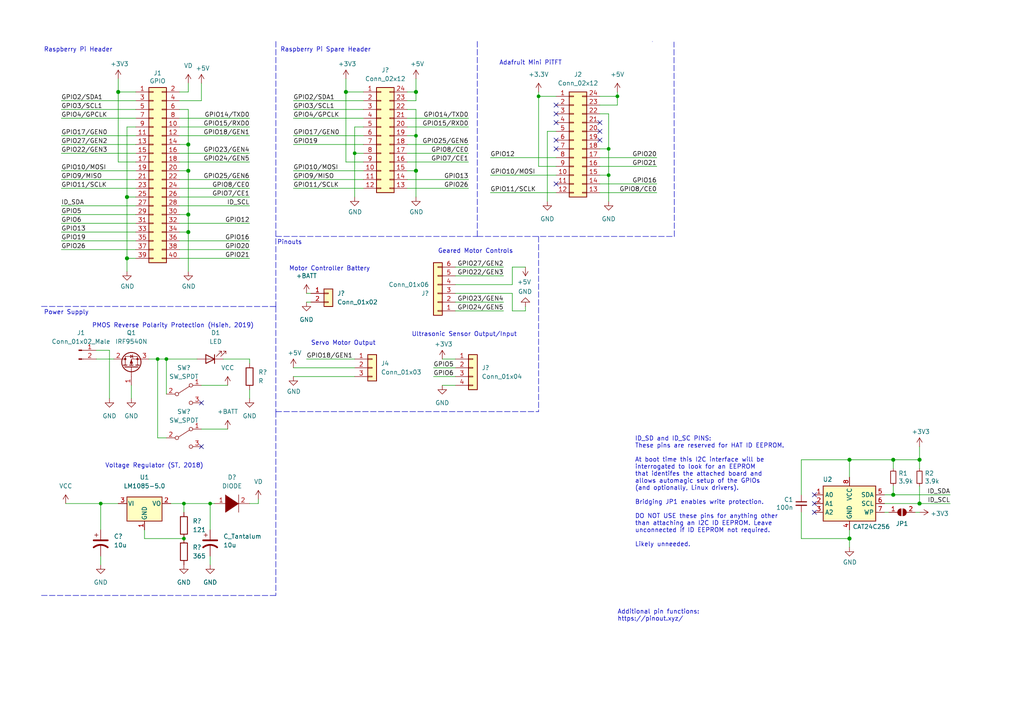
<source format=kicad_sch>
(kicad_sch (version 20211123) (generator eeschema)
  (paper "A4")
  (title_block (date "15 nov 2012"))
  (lib_symbols
    (symbol "+3.3V_1" (power) (pin_names (offset 0))
      (property "Value" "+3.3V_1" (at 0 3.556 0))
      (symbol "+3.3V_1_0_1"
        (polyline (pts (xy -0.762 1.27) (xy 0 2.54)))
        (polyline (pts (xy 0 0) (xy 0 2.54)))
        (polyline (pts (xy 0 2.54) (xy 0.762 1.27)))
      )
      (symbol "+3.3V_1_1_1"
        (pin power_in line (at 0 0 90) (length 0) hide (name "+3.3V") (number "1"))
      )
    )
    (symbol "+5V_1" (power) (pin_names (offset 0))
      (property "Value" "+5V_1" (at 0 3.556 0))
      (symbol "+5V_1_0_1"
        (polyline (pts (xy -0.762 1.27) (xy 0 2.54)))
        (polyline (pts (xy 0 0) (xy 0 2.54)))
        (polyline (pts (xy 0 2.54) (xy 0.762 1.27)))
      )
      (symbol "+5V_1_1_1"
        (pin power_in line (at 0 0 90) (length 0) hide (name "+5V") (number "1"))
      )
    )
    (symbol "Connector:Conn_01x02_Male" (pin_names (offset 1.016) hide)
      (property "Reference" "J" (at 0 2.54 0))
      (property "Value" "Conn_01x02_Male" (at 0 -5.08 0))
      (symbol "Conn_01x02_Male_1_1"
        (polyline (pts (xy 1.27 -2.54) (xy 0.8636 -2.54)) (stroke (width 0.1524)))
        (polyline (pts (xy 1.27 0) (xy 0.8636 0)) (stroke (width 0.1524)))
        (rectangle (start 0.8636 -2.413) (end 0 -2.667) (stroke (width 0.1524)) (fill (type outline)))
        (rectangle (start 0.8636 0.127) (end 0 -0.127) (stroke (width 0.1524)) (fill (type outline)))
        (pin passive line (at 5.08 0 180) (length 3.81) (name "Pin_1") (number "1"))
        (pin passive line (at 5.08 -2.54 180) (length 3.81) (name "Pin_2") (number "2"))
      )
    )
    (symbol "Connector_Generic:Conn_01x02" (pin_names (offset 1.016) hide)
      (property "Reference" "J" (at 0 2.54 0))
      (property "Value" "Conn_01x02" (at 0 -5.08 0))
      (symbol "Conn_01x02_1_1"
        (rectangle (start -1.27 -2.413) (end 0 -2.667) (stroke (width 0.1524)))
        (rectangle (start -1.27 0.127) (end 0 -0.127) (stroke (width 0.1524)))
        (rectangle (start -1.27 1.27) (end 1.27 -3.81) (stroke (width 0.254)) (fill (type background)))
        (pin passive line (at -5.08 0 0) (length 3.81) (name "Pin_1") (number "1"))
        (pin passive line (at -5.08 -2.54 0) (length 3.81) (name "Pin_2") (number "2"))
      )
    )
    (symbol "Connector_Generic:Conn_01x03" (pin_names (offset 1.016) hide)
      (property "Reference" "J" (at 0 5.08 0))
      (property "Value" "Conn_01x03" (at 0 -5.08 0))
      (symbol "Conn_01x03_1_1"
        (rectangle (start -1.27 -2.413) (end 0 -2.667) (stroke (width 0.1524)))
        (rectangle (start -1.27 0.127) (end 0 -0.127) (stroke (width 0.1524)))
        (rectangle (start -1.27 2.667) (end 0 2.413) (stroke (width 0.1524)))
        (rectangle (start -1.27 3.81) (end 1.27 -3.81) (stroke (width 0.254)) (fill (type background)))
        (pin passive line (at -5.08 2.54 0) (length 3.81) (name "Pin_1") (number "1"))
        (pin passive line (at -5.08 0 0) (length 3.81) (name "Pin_2") (number "2"))
        (pin passive line (at -5.08 -2.54 0) (length 3.81) (name "Pin_3") (number "3"))
      )
    )
    (symbol "Connector_Generic:Conn_01x04" (pin_names (offset 1.016) hide)
      (property "Reference" "J" (at 0 5.08 0))
      (property "Value" "Conn_01x04" (at 0 -7.62 0))
      (symbol "Conn_01x04_1_1"
        (rectangle (start -1.27 -4.953) (end 0 -5.207) (stroke (width 0.1524)))
        (rectangle (start -1.27 -2.413) (end 0 -2.667) (stroke (width 0.1524)))
        (rectangle (start -1.27 0.127) (end 0 -0.127) (stroke (width 0.1524)))
        (rectangle (start -1.27 2.667) (end 0 2.413) (stroke (width 0.1524)))
        (rectangle (start -1.27 3.81) (end 1.27 -6.35) (stroke (width 0.254)) (fill (type background)))
        (pin passive line (at -5.08 2.54 0) (length 3.81) (name "Pin_1") (number "1"))
        (pin passive line (at -5.08 0 0) (length 3.81) (name "Pin_2") (number "2"))
        (pin passive line (at -5.08 -2.54 0) (length 3.81) (name "Pin_3") (number "3"))
        (pin passive line (at -5.08 -5.08 0) (length 3.81) (name "Pin_4") (number "4"))
      )
    )
    (symbol "Connector_Generic:Conn_01x06" (pin_names (offset 1.016) hide)
      (property "Reference" "J" (at 0 7.62 0))
      (property "Value" "Conn_01x06" (at 0 -10.16 0))
      (symbol "Conn_01x06_1_1"
        (rectangle (start -1.27 -7.493) (end 0 -7.747) (stroke (width 0.1524)))
        (rectangle (start -1.27 -4.953) (end 0 -5.207) (stroke (width 0.1524)))
        (rectangle (start -1.27 -2.413) (end 0 -2.667) (stroke (width 0.1524)))
        (rectangle (start -1.27 0.127) (end 0 -0.127) (stroke (width 0.1524)))
        (rectangle (start -1.27 2.667) (end 0 2.413) (stroke (width 0.1524)))
        (rectangle (start -1.27 5.207) (end 0 4.953) (stroke (width 0.1524)))
        (rectangle (start -1.27 6.35) (end 1.27 -8.89) (stroke (width 0.254)) (fill (type background)))
        (pin passive line (at -5.08 5.08 0) (length 3.81) (name "Pin_1") (number "1"))
        (pin passive line (at -5.08 2.54 0) (length 3.81) (name "Pin_2") (number "2"))
        (pin passive line (at -5.08 0 0) (length 3.81) (name "Pin_3") (number "3"))
        (pin passive line (at -5.08 -2.54 0) (length 3.81) (name "Pin_4") (number "4"))
        (pin passive line (at -5.08 -5.08 0) (length 3.81) (name "Pin_5") (number "5"))
        (pin passive line (at -5.08 -7.62 0) (length 3.81) (name "Pin_6") (number "6"))
      )
    )
    (symbol "Connector_Generic:Conn_02x12_Counter_Clockwise" (pin_names (offset 1.016) hide)
      (property "Reference" "J" (at 1.27 15.24 0))
      (property "Value" "Conn_02x12_Counter_Clockwise" (at 1.27 -17.78 0))
      (symbol "Conn_02x12_Counter_Clockwise_1_1"
        (rectangle (start -1.27 -15.113) (end 0 -15.367) (stroke (width 0.1524)))
        (rectangle (start -1.27 -12.573) (end 0 -12.827) (stroke (width 0.1524)))
        (rectangle (start -1.27 -10.033) (end 0 -10.287) (stroke (width 0.1524)))
        (rectangle (start -1.27 -7.493) (end 0 -7.747) (stroke (width 0.1524)))
        (rectangle (start -1.27 -4.953) (end 0 -5.207) (stroke (width 0.1524)))
        (rectangle (start -1.27 -2.413) (end 0 -2.667) (stroke (width 0.1524)))
        (rectangle (start -1.27 0.127) (end 0 -0.127) (stroke (width 0.1524)))
        (rectangle (start -1.27 2.667) (end 0 2.413) (stroke (width 0.1524)))
        (rectangle (start -1.27 5.207) (end 0 4.953) (stroke (width 0.1524)))
        (rectangle (start -1.27 7.747) (end 0 7.493) (stroke (width 0.1524)))
        (rectangle (start -1.27 10.287) (end 0 10.033) (stroke (width 0.1524)))
        (rectangle (start -1.27 12.827) (end 0 12.573) (stroke (width 0.1524)))
        (rectangle (start -1.27 13.97) (end 3.81 -16.51) (stroke (width 0.254)) (fill (type background)))
        (rectangle (start 3.81 -15.113) (end 2.54 -15.367) (stroke (width 0.1524)))
        (rectangle (start 3.81 -12.573) (end 2.54 -12.827) (stroke (width 0.1524)))
        (rectangle (start 3.81 -10.033) (end 2.54 -10.287) (stroke (width 0.1524)))
        (rectangle (start 3.81 -7.493) (end 2.54 -7.747) (stroke (width 0.1524)))
        (rectangle (start 3.81 -4.953) (end 2.54 -5.207) (stroke (width 0.1524)))
        (rectangle (start 3.81 -2.413) (end 2.54 -2.667) (stroke (width 0.1524)))
        (rectangle (start 3.81 0.127) (end 2.54 -0.127) (stroke (width 0.1524)))
        (rectangle (start 3.81 2.667) (end 2.54 2.413) (stroke (width 0.1524)))
        (rectangle (start 3.81 5.207) (end 2.54 4.953) (stroke (width 0.1524)))
        (rectangle (start 3.81 7.747) (end 2.54 7.493) (stroke (width 0.1524)))
        (rectangle (start 3.81 10.287) (end 2.54 10.033) (stroke (width 0.1524)))
        (rectangle (start 3.81 12.827) (end 2.54 12.573) (stroke (width 0.1524)))
        (pin passive line (at -5.08 12.7 0) (length 3.81) (name "Pin_1") (number "1"))
        (pin passive line (at -5.08 -10.16 0) (length 3.81) (name "Pin_10") (number "10"))
        (pin passive line (at -5.08 -12.7 0) (length 3.81) (name "Pin_11") (number "11"))
        (pin passive line (at -5.08 -15.24 0) (length 3.81) (name "Pin_12") (number "12"))
        (pin passive line (at 7.62 -15.24 180) (length 3.81) (name "Pin_13") (number "13"))
        (pin passive line (at 7.62 -12.7 180) (length 3.81) (name "Pin_14") (number "14"))
        (pin passive line (at 7.62 -10.16 180) (length 3.81) (name "Pin_15") (number "15"))
        (pin passive line (at 7.62 -7.62 180) (length 3.81) (name "Pin_16") (number "16"))
        (pin passive line (at 7.62 -5.08 180) (length 3.81) (name "Pin_17") (number "17"))
        (pin passive line (at 7.62 -2.54 180) (length 3.81) (name "Pin_18") (number "18"))
        (pin passive line (at 7.62 0 180) (length 3.81) (name "Pin_19") (number "19"))
        (pin passive line (at -5.08 10.16 0) (length 3.81) (name "Pin_2") (number "2"))
        (pin passive line (at 7.62 2.54 180) (length 3.81) (name "Pin_20") (number "20"))
        (pin passive line (at 7.62 5.08 180) (length 3.81) (name "Pin_21") (number "21"))
        (pin passive line (at 7.62 7.62 180) (length 3.81) (name "Pin_22") (number "22"))
        (pin passive line (at 7.62 10.16 180) (length 3.81) (name "Pin_23") (number "23"))
        (pin passive line (at 7.62 12.7 180) (length 3.81) (name "Pin_24") (number "24"))
        (pin passive line (at -5.08 7.62 0) (length 3.81) (name "Pin_3") (number "3"))
        (pin passive line (at -5.08 5.08 0) (length 3.81) (name "Pin_4") (number "4"))
        (pin passive line (at -5.08 2.54 0) (length 3.81) (name "Pin_5") (number "5"))
        (pin passive line (at -5.08 0 0) (length 3.81) (name "Pin_6") (number "6"))
        (pin passive line (at -5.08 -2.54 0) (length 3.81) (name "Pin_7") (number "7"))
        (pin passive line (at -5.08 -5.08 0) (length 3.81) (name "Pin_8") (number "8"))
        (pin passive line (at -5.08 -7.62 0) (length 3.81) (name "Pin_9") (number "9"))
      )
    )
    (symbol "Connector_Generic:Conn_02x20_Odd_Even" (pin_names (offset 1.016) hide)
      (property "Reference" "J" (at 1.27 25.4 0))
      (property "Value" "Conn_02x20_Odd_Even" (at 1.27 -27.94 0))
      (symbol "Conn_02x20_Odd_Even_1_1"
        (rectangle (start -1.27 -25.273) (end 0 -25.527) (stroke (width 0.1524)))
        (rectangle (start -1.27 -22.733) (end 0 -22.987) (stroke (width 0.1524)))
        (rectangle (start -1.27 -20.193) (end 0 -20.447) (stroke (width 0.1524)))
        (rectangle (start -1.27 -17.653) (end 0 -17.907) (stroke (width 0.1524)))
        (rectangle (start -1.27 -15.113) (end 0 -15.367) (stroke (width 0.1524)))
        (rectangle (start -1.27 -12.573) (end 0 -12.827) (stroke (width 0.1524)))
        (rectangle (start -1.27 -10.033) (end 0 -10.287) (stroke (width 0.1524)))
        (rectangle (start -1.27 -7.493) (end 0 -7.747) (stroke (width 0.1524)))
        (rectangle (start -1.27 -4.953) (end 0 -5.207) (stroke (width 0.1524)))
        (rectangle (start -1.27 -2.413) (end 0 -2.667) (stroke (width 0.1524)))
        (rectangle (start -1.27 0.127) (end 0 -0.127) (stroke (width 0.1524)))
        (rectangle (start -1.27 2.667) (end 0 2.413) (stroke (width 0.1524)))
        (rectangle (start -1.27 5.207) (end 0 4.953) (stroke (width 0.1524)))
        (rectangle (start -1.27 7.747) (end 0 7.493) (stroke (width 0.1524)))
        (rectangle (start -1.27 10.287) (end 0 10.033) (stroke (width 0.1524)))
        (rectangle (start -1.27 12.827) (end 0 12.573) (stroke (width 0.1524)))
        (rectangle (start -1.27 15.367) (end 0 15.113) (stroke (width 0.1524)))
        (rectangle (start -1.27 17.907) (end 0 17.653) (stroke (width 0.1524)))
        (rectangle (start -1.27 20.447) (end 0 20.193) (stroke (width 0.1524)))
        (rectangle (start -1.27 22.987) (end 0 22.733) (stroke (width 0.1524)))
        (rectangle (start -1.27 24.13) (end 3.81 -26.67) (stroke (width 0.254)) (fill (type background)))
        (rectangle (start 3.81 -25.273) (end 2.54 -25.527) (stroke (width 0.1524)))
        (rectangle (start 3.81 -22.733) (end 2.54 -22.987) (stroke (width 0.1524)))
        (rectangle (start 3.81 -20.193) (end 2.54 -20.447) (stroke (width 0.1524)))
        (rectangle (start 3.81 -17.653) (end 2.54 -17.907) (stroke (width 0.1524)))
        (rectangle (start 3.81 -15.113) (end 2.54 -15.367) (stroke (width 0.1524)))
        (rectangle (start 3.81 -12.573) (end 2.54 -12.827) (stroke (width 0.1524)))
        (rectangle (start 3.81 -10.033) (end 2.54 -10.287) (stroke (width 0.1524)))
        (rectangle (start 3.81 -7.493) (end 2.54 -7.747) (stroke (width 0.1524)))
        (rectangle (start 3.81 -4.953) (end 2.54 -5.207) (stroke (width 0.1524)))
        (rectangle (start 3.81 -2.413) (end 2.54 -2.667) (stroke (width 0.1524)))
        (rectangle (start 3.81 0.127) (end 2.54 -0.127) (stroke (width 0.1524)))
        (rectangle (start 3.81 2.667) (end 2.54 2.413) (stroke (width 0.1524)))
        (rectangle (start 3.81 5.207) (end 2.54 4.953) (stroke (width 0.1524)))
        (rectangle (start 3.81 7.747) (end 2.54 7.493) (stroke (width 0.1524)))
        (rectangle (start 3.81 10.287) (end 2.54 10.033) (stroke (width 0.1524)))
        (rectangle (start 3.81 12.827) (end 2.54 12.573) (stroke (width 0.1524)))
        (rectangle (start 3.81 15.367) (end 2.54 15.113) (stroke (width 0.1524)))
        (rectangle (start 3.81 17.907) (end 2.54 17.653) (stroke (width 0.1524)))
        (rectangle (start 3.81 20.447) (end 2.54 20.193) (stroke (width 0.1524)))
        (rectangle (start 3.81 22.987) (end 2.54 22.733) (stroke (width 0.1524)))
        (pin passive line (at -5.08 22.86 0) (length 3.81) (name "Pin_1") (number "1"))
        (pin passive line (at 7.62 12.7 180) (length 3.81) (name "Pin_10") (number "10"))
        (pin passive line (at -5.08 10.16 0) (length 3.81) (name "Pin_11") (number "11"))
        (pin passive line (at 7.62 10.16 180) (length 3.81) (name "Pin_12") (number "12"))
        (pin passive line (at -5.08 7.62 0) (length 3.81) (name "Pin_13") (number "13"))
        (pin passive line (at 7.62 7.62 180) (length 3.81) (name "Pin_14") (number "14"))
        (pin passive line (at -5.08 5.08 0) (length 3.81) (name "Pin_15") (number "15"))
        (pin passive line (at 7.62 5.08 180) (length 3.81) (name "Pin_16") (number "16"))
        (pin passive line (at -5.08 2.54 0) (length 3.81) (name "Pin_17") (number "17"))
        (pin passive line (at 7.62 2.54 180) (length 3.81) (name "Pin_18") (number "18"))
        (pin passive line (at -5.08 0 0) (length 3.81) (name "Pin_19") (number "19"))
        (pin passive line (at 7.62 22.86 180) (length 3.81) (name "Pin_2") (number "2"))
        (pin passive line (at 7.62 0 180) (length 3.81) (name "Pin_20") (number "20"))
        (pin passive line (at -5.08 -2.54 0) (length 3.81) (name "Pin_21") (number "21"))
        (pin passive line (at 7.62 -2.54 180) (length 3.81) (name "Pin_22") (number "22"))
        (pin passive line (at -5.08 -5.08 0) (length 3.81) (name "Pin_23") (number "23"))
        (pin passive line (at 7.62 -5.08 180) (length 3.81) (name "Pin_24") (number "24"))
        (pin passive line (at -5.08 -7.62 0) (length 3.81) (name "Pin_25") (number "25"))
        (pin passive line (at 7.62 -7.62 180) (length 3.81) (name "Pin_26") (number "26"))
        (pin passive line (at -5.08 -10.16 0) (length 3.81) (name "Pin_27") (number "27"))
        (pin passive line (at 7.62 -10.16 180) (length 3.81) (name "Pin_28") (number "28"))
        (pin passive line (at -5.08 -12.7 0) (length 3.81) (name "Pin_29") (number "29"))
        (pin passive line (at -5.08 20.32 0) (length 3.81) (name "Pin_3") (number "3"))
        (pin passive line (at 7.62 -12.7 180) (length 3.81) (name "Pin_30") (number "30"))
        (pin passive line (at -5.08 -15.24 0) (length 3.81) (name "Pin_31") (number "31"))
        (pin passive line (at 7.62 -15.24 180) (length 3.81) (name "Pin_32") (number "32"))
        (pin passive line (at -5.08 -17.78 0) (length 3.81) (name "Pin_33") (number "33"))
        (pin passive line (at 7.62 -17.78 180) (length 3.81) (name "Pin_34") (number "34"))
        (pin passive line (at -5.08 -20.32 0) (length 3.81) (name "Pin_35") (number "35"))
        (pin passive line (at 7.62 -20.32 180) (length 3.81) (name "Pin_36") (number "36"))
        (pin passive line (at -5.08 -22.86 0) (length 3.81) (name "Pin_37") (number "37"))
        (pin passive line (at 7.62 -22.86 180) (length 3.81) (name "Pin_38") (number "38"))
        (pin passive line (at -5.08 -25.4 0) (length 3.81) (name "Pin_39") (number "39"))
        (pin passive line (at 7.62 20.32 180) (length 3.81) (name "Pin_4") (number "4"))
        (pin passive line (at 7.62 -25.4 180) (length 3.81) (name "Pin_40") (number "40"))
        (pin passive line (at -5.08 17.78 0) (length 3.81) (name "Pin_5") (number "5"))
        (pin passive line (at 7.62 17.78 180) (length 3.81) (name "Pin_6") (number "6"))
        (pin passive line (at -5.08 15.24 0) (length 3.81) (name "Pin_7") (number "7"))
        (pin passive line (at 7.62 15.24 180) (length 3.81) (name "Pin_8") (number "8"))
        (pin passive line (at -5.08 12.7 0) (length 3.81) (name "Pin_9") (number "9"))
      )
    )
    (symbol "Device:C_Polarized_US" (pin_numbers hide) (pin_names (offset 0.254) hide)
      (property "Reference" "C" (at 0.635 2.54 0))
      (property "Value" "C_Polarized_US" (at 0.635 -2.54 0))
      (symbol "C_Polarized_US_0_1"
        (polyline (pts (xy -2.032 0.762) (xy 2.032 0.762)) (stroke (width 0.508)))
        (polyline (pts (xy -1.778 2.286) (xy -0.762 2.286)))
        (polyline (pts (xy -1.27 1.778) (xy -1.27 2.794)))
        (arc (start 2.032 -1.27) (mid 0 -0.5572) (end -2.032 -1.27) (stroke (width 0.508)))
      )
      (symbol "C_Polarized_US_1_1"
        (pin passive line (at 0 3.81 270) (length 2.794) (name "~") (number "1"))
        (pin passive line (at 0 -3.81 90) (length 3.302) (name "~") (number "2"))
      )
    )
    (symbol "Device:C_Small" (pin_numbers hide) (pin_names (offset 0.254) hide)
      (property "Reference" "C" (at 0.254 1.778 0))
      (property "Value" "C_Small" (at 0.254 -2.032 0))
      (symbol "C_Small_0_1"
        (polyline (pts (xy -1.524 -0.508) (xy 1.524 -0.508)) (stroke (width 0.3302)))
        (polyline (pts (xy -1.524 0.508) (xy 1.524 0.508)) (stroke (width 0.3048)))
      )
      (symbol "C_Small_1_1"
        (pin passive line (at 0 2.54 270) (length 2.032) (name "~") (number "1"))
        (pin passive line (at 0 -2.54 90) (length 2.032) (name "~") (number "2"))
      )
    )
    (symbol "Device:LED" (pin_numbers hide) (pin_names (offset 1.016) hide)
      (property "Reference" "D" (at 0 2.54 0))
      (property "Value" "LED" (at 0 -2.54 0))
      (symbol "LED_0_1"
        (polyline (pts (xy -1.27 -1.27) (xy -1.27 1.27)) (stroke (width 0.254)))
        (polyline (pts (xy -1.27 0) (xy 1.27 0)))
        (polyline (pts (xy 1.27 -1.27) (xy 1.27 1.27) (xy -1.27 0) (xy 1.27 -1.27)) (stroke (width 0.254)))
        (polyline (pts (xy -3.048 -0.762) (xy -4.572 -2.286) (xy -3.81 -2.286) (xy -4.572 -2.286) (xy -4.572 -1.524)))
        (polyline (pts (xy -1.778 -0.762) (xy -3.302 -2.286) (xy -2.54 -2.286) (xy -3.302 -2.286) (xy -3.302 -1.524)))
      )
      (symbol "LED_1_1"
        (pin passive line (at -3.81 0 0) (length 2.54) (name "K") (number "1"))
        (pin passive line (at 3.81 0 180) (length 2.54) (name "A") (number "2"))
      )
    )
    (symbol "Device:R" (pin_numbers hide) (pin_names (offset 0))
      (property "Reference" "R" (at 2.032 0 90))
      (property "Value" "R" (at 0 0 90))
      (symbol "R_0_1"
        (rectangle (start -1.016 -2.54) (end 1.016 2.54) (stroke (width 0.254)))
      )
      (symbol "R_1_1"
        (pin passive line (at 0 3.81 270) (length 1.27) (name "~") (number "1"))
        (pin passive line (at 0 -3.81 90) (length 1.27) (name "~") (number "2"))
      )
    )
    (symbol "Device:R_Small" (pin_numbers hide) (pin_names (offset 0.254) hide)
      (property "Reference" "R" (at 0.762 0.508 0))
      (property "Value" "R_Small" (at 0.762 -1.016 0))
      (symbol "R_Small_0_1"
        (rectangle (start -0.762 1.778) (end 0.762 -1.778) (stroke (width 0.2032)))
      )
      (symbol "R_Small_1_1"
        (pin passive line (at 0 2.54 270) (length 0.762) (name "~") (number "1"))
        (pin passive line (at 0 -2.54 90) (length 0.762) (name "~") (number "2"))
      )
    )
    (symbol "GND_1" (power) (pin_names (offset 0))
      (property "Value" "GND_1" (at 0 -3.81 0))
      (symbol "GND_1_0_1"
        (polyline (pts (xy 0 0) (xy 0 -1.27) (xy 1.27 -1.27) (xy 0 -2.54) (xy -1.27 -1.27) (xy 0 -1.27)))
      )
      (symbol "GND_1_1_1"
        (pin power_in line (at 0 0 270) (length 0) hide (name "GND") (number "1"))
      )
    )
    (symbol "Jumper:SolderJumper_2_Open" (pin_names (offset 0) hide)
      (property "Reference" "JP" (at 0 2.032 0))
      (property "Value" "SolderJumper_2_Open" (at 0 -2.54 0))
      (symbol "SolderJumper_2_Open_0_1"
        (arc (start -0.254 1.016) (mid -1.27 0) (end -0.254 -1.016))
        (arc (start -0.254 1.016) (mid -1.27 0) (end -0.254 -1.016) (fill (type outline)))
        (polyline (pts (xy -0.254 1.016) (xy -0.254 -1.016)))
        (polyline (pts (xy 0.254 1.016) (xy 0.254 -1.016)))
        (arc (start 0.254 -1.016) (mid 1.27 0) (end 0.254 1.016))
        (arc (start 0.254 -1.016) (mid 1.27 0) (end 0.254 1.016) (fill (type outline)))
      )
      (symbol "SolderJumper_2_Open_1_1"
        (pin passive line (at -3.81 0 0) (length 2.54) (name "A") (number "1"))
        (pin passive line (at 3.81 0 180) (length 2.54) (name "B") (number "2"))
      )
    )
    (symbol "Memory_EEPROM:CAT24C256"
      (property "Reference" "U" (at -6.35 6.35 0))
      (property "Value" "CAT24C256" (at 1.27 6.35 0))
      (symbol "CAT24C256_1_1"
        (rectangle (start -7.62 5.08) (end 7.62 -5.08) (stroke (width 0.254)) (fill (type background)))
        (pin input line (at -10.16 2.54 0) (length 2.54) (name "A0") (number "1"))
        (pin input line (at -10.16 0 0) (length 2.54) (name "A1") (number "2"))
        (pin input line (at -10.16 -2.54 0) (length 2.54) (name "A2") (number "3"))
        (pin power_in line (at 0 -7.62 90) (length 2.54) (name "GND") (number "4"))
        (pin bidirectional line (at 10.16 2.54 180) (length 2.54) (name "SDA") (number "5"))
        (pin input line (at 10.16 0 180) (length 2.54) (name "SCL") (number "6"))
        (pin input line (at 10.16 -2.54 180) (length 2.54) (name "WP") (number "7"))
        (pin power_in line (at 0 7.62 270) (length 2.54) (name "VCC") (number "8"))
      )
    )
    (symbol "Regulator_Linear:LM1085-5.0" (pin_names (offset 0.254))
      (property "Reference" "U" (at -3.81 3.175 0))
      (property "Value" "LM1085-5.0" (at 0 3.175 0))
      (symbol "LM1085-5.0_0_1"
        (rectangle (start -5.08 1.905) (end 5.08 -5.08) (stroke (width 0.254)) (fill (type background)))
      )
      (symbol "LM1085-5.0_1_1"
        (pin power_in line (at 0 -7.62 90) (length 2.54) (name "GND") (number "1"))
        (pin power_out line (at 7.62 0 180) (length 2.54) (name "VO") (number "2"))
        (pin power_in line (at -7.62 0 0) (length 2.54) (name "VI") (number "3"))
      )
    )
    (symbol "Switch:SW_SPDT" (pin_names (offset 0) hide)
      (property "Reference" "SW" (at 0 4.318 0))
      (property "Value" "SW_SPDT" (at 0 -5.08 0))
      (symbol "SW_SPDT_0_0"
        (circle (center -2.032 0) (radius 0.508))
        (circle (center 2.032 -2.54) (radius 0.508))
      )
      (symbol "SW_SPDT_0_1"
        (polyline (pts (xy -1.524 0.254) (xy 1.651 2.286)))
        (circle (center 2.032 2.54) (radius 0.508))
      )
      (symbol "SW_SPDT_1_1"
        (pin passive line (at 5.08 2.54 180) (length 2.54) (name "A") (number "1"))
        (pin passive line (at -5.08 0 0) (length 2.54) (name "B") (number "2"))
        (pin passive line (at 5.08 -2.54 180) (length 2.54) (name "C") (number "3"))
      )
    )
    (symbol "Transistor_FET:IRF9540N" (pin_names hide)
      (property "Reference" "Q" (at 5.08 1.905 0))
      (property "Value" "IRF9540N" (at 5.08 0 0))
      (symbol "IRF9540N_0_1"
        (polyline (pts (xy 0.254 0) (xy -2.54 0)))
        (polyline (pts (xy 0.254 1.905) (xy 0.254 -1.905)) (stroke (width 0.254)))
        (polyline (pts (xy 0.762 -1.27) (xy 0.762 -2.286)) (stroke (width 0.254)))
        (polyline (pts (xy 0.762 0.508) (xy 0.762 -0.508)) (stroke (width 0.254)))
        (polyline (pts (xy 0.762 2.286) (xy 0.762 1.27)) (stroke (width 0.254)))
        (polyline (pts (xy 2.54 2.54) (xy 2.54 1.778)))
        (polyline (pts (xy 2.54 -2.54) (xy 2.54 0) (xy 0.762 0)))
        (polyline (pts (xy 0.762 1.778) (xy 3.302 1.778) (xy 3.302 -1.778) (xy 0.762 -1.778)))
        (polyline (pts (xy 2.286 0) (xy 1.27 0.381) (xy 1.27 -0.381) (xy 2.286 0)) (fill (type outline)))
        (polyline (pts (xy 2.794 -0.508) (xy 2.921 -0.381) (xy 3.683 -0.381) (xy 3.81 -0.254)))
        (polyline (pts (xy 3.302 -0.381) (xy 2.921 0.254) (xy 3.683 0.254) (xy 3.302 -0.381)))
        (circle (center 1.651 0) (radius 2.794) (stroke (width 0.254)))
        (circle (center 2.54 -1.778) (radius 0.254) (fill (type outline)))
        (circle (center 2.54 1.778) (radius 0.254) (fill (type outline)))
      )
      (symbol "IRF9540N_1_1"
        (pin input line (at -5.08 0 0) (length 2.54) (name "G") (number "1"))
        (pin passive line (at 2.54 5.08 270) (length 2.54) (name "D") (number "2"))
        (pin passive line (at 2.54 -5.08 90) (length 2.54) (name "S") (number "3"))
      )
    )
    (symbol "power:+3.3V" (power) (pin_names (offset 0))
      (property "Value" "+3.3V" (at 0 3.556 0))
      (symbol "+3.3V_0_1"
        (polyline (pts (xy -0.762 1.27) (xy 0 2.54)))
        (polyline (pts (xy 0 0) (xy 0 2.54)))
        (polyline (pts (xy 0 2.54) (xy 0.762 1.27)))
      )
      (symbol "+3.3V_1_1"
        (pin power_in line (at 0 0 90) (length 0) hide (name "+3V3") (number "1"))
      )
    )
    (symbol "power:+5V" (power) (pin_names (offset 0))
      (property "Value" "+5V" (at 0 3.556 0))
      (symbol "+5V_0_1"
        (polyline (pts (xy -0.762 1.27) (xy 0 2.54)))
        (polyline (pts (xy 0 0) (xy 0 2.54)))
        (polyline (pts (xy 0 2.54) (xy 0.762 1.27)))
      )
      (symbol "+5V_1_1"
        (pin power_in line (at 0 0 90) (length 0) hide (name "+5V") (number "1"))
      )
    )
    (symbol "power:+BATT" (power) (pin_names (offset 0))
      (property "Value" "+BATT" (at 0 3.556 0))
      (symbol "+BATT_0_1"
        (polyline (pts (xy -0.762 1.27) (xy 0 2.54)))
        (polyline (pts (xy 0 0) (xy 0 2.54)))
        (polyline (pts (xy 0 2.54) (xy 0.762 1.27)))
      )
      (symbol "+BATT_1_1"
        (pin power_in line (at 0 0 90) (length 0) hide (name "+BATT") (number "1"))
      )
    )
    (symbol "power:GND" (power) (pin_names (offset 0))
      (property "Value" "GND" (at 0 -3.81 0))
      (symbol "GND_0_1"
        (polyline (pts (xy 0 0) (xy 0 -1.27) (xy 1.27 -1.27) (xy 0 -2.54) (xy -1.27 -1.27) (xy 0 -1.27)))
      )
      (symbol "GND_1_1"
        (pin power_in line (at 0 0 270) (length 0) hide (name "GND") (number "1"))
      )
    )
    (symbol "power:VCC" (power) (pin_names (offset 0))
      (property "Value" "VCC" (at 0 3.81 0))
      (symbol "VCC_0_1"
        (polyline (pts (xy -0.762 1.27) (xy 0 2.54)))
        (polyline (pts (xy 0 0) (xy 0 2.54)))
        (polyline (pts (xy 0 2.54) (xy 0.762 1.27)))
      )
      (symbol "VCC_1_1"
        (pin power_in line (at 0 0 90) (length 0) hide (name "VCC") (number "1"))
      )
    )
    (symbol "power:VD" (power) (pin_names (offset 0))
      (property "Value" "VD" (at 0 3.81 0))
      (symbol "VD_0_1"
        (polyline (pts (xy -0.762 1.27) (xy 0 2.54)))
        (polyline (pts (xy 0 0) (xy 0 2.54)))
        (polyline (pts (xy 0 2.54) (xy 0.762 1.27)))
      )
      (symbol "VD_1_1"
        (pin power_in line (at 0 0 90) (length 0) hide (name "VD") (number "1"))
      )
    )
    (symbol "pspice:DIODE" (pin_names (offset 1.016) hide)
      (property "Reference" "D" (at 0 3.81 0))
      (property "Value" "DIODE" (at 0 -4.445 0))
      (symbol "DIODE_0_1"
        (polyline (pts (xy 1.905 2.54) (xy 1.905 -2.54)))
        (polyline (pts (xy -1.905 2.54) (xy -1.905 -2.54) (xy 1.905 0)) (fill (type outline)))
      )
      (symbol "DIODE_1_1"
        (pin input line (at -5.08 0 0) (length 3.81) (name "K") (number "1"))
        (pin input line (at 5.08 0 180) (length 3.81) (name "A") (number "2"))
      )
    )
  )
  (junction (at 48.26 104.14))
  (junction (at 259.08 143.51) (diameter 1.016))
  (junction (at 246.38 156.21) (diameter 1.016))
  (junction (at 60.96 146.05))
  (junction (at 54.61 41.91) (diameter 1.016))
  (junction (at 246.38 133.35) (diameter 1.016))
  (junction (at 176.53 50.8))
  (junction (at 266.7 133.35) (diameter 1.016))
  (junction (at 156.21 27.94))
  (junction (at 36.83 74.93) (diameter 1.016))
  (junction (at 179.07 27.94))
  (junction (at 120.65 39.37))
  (junction (at 36.83 57.15) (diameter 1.016))
  (junction (at 120.65 26.67) (diameter 1.016))
  (junction (at 120.65 49.53) (diameter 1.016))
  (junction (at 53.34 146.05))
  (junction (at 45.72 104.14))
  (junction (at 54.61 67.31) (diameter 1.016))
  (junction (at 29.21 146.05))
  (junction (at 176.53 43.18))
  (junction (at 54.61 62.23) (diameter 1.016))
  (junction (at 53.34 156.21))
  (junction (at 102.87 44.45))
  (junction (at 54.61 49.53) (diameter 1.016))
  (junction (at 266.7 146.05) (diameter 1.016))
  (junction (at 100.33 26.67) (diameter 1.016))
  (junction (at 34.29 26.67) (diameter 1.016))
  (junction (at 259.08 133.35) (diameter 1.016))
  (no_connect (at 161.29 40.64))
  (no_connect (at 236.22 143.51))
  (no_connect (at 236.22 146.05))
  (no_connect (at 236.22 148.59))
  (no_connect (at 161.29 53.34))
  (no_connect (at 161.29 30.48))
  (no_connect (at 161.29 43.18))
  (no_connect (at 58.42 116.84))
  (no_connect (at 173.99 35.56))
  (no_connect (at 161.29 33.02))
  (no_connect (at 173.99 40.64))
  (no_connect (at 58.42 129.54))
  (no_connect (at 173.99 38.1))
  (no_connect (at 161.29 35.56))
  (wire (pts (xy 53.34 146.05) (xy 53.34 148.59)))
  (polyline (pts (xy 156.21 68.58) (xy 156.21 119.38)))
  (wire (pts (xy 36.83 57.15) (xy 36.83 74.93)))
  (wire (pts (xy 52.07 57.15) (xy 72.39 57.15)))
  (wire (pts (xy 118.11 34.29) (xy 135.89 34.29)))
  (wire (pts (xy 39.37 39.37) (xy 17.78 39.37)))
  (wire (pts (xy 246.38 133.35) (xy 259.08 133.35)))
  (wire (pts (xy 266.7 133.35) (xy 259.08 133.35)))
  (wire (pts (xy 266.7 135.89) (xy 266.7 133.35)))
  (wire (pts (xy 118.11 46.99) (xy 135.89 46.99)))
  (wire (pts (xy 90.17 85.09) (xy 88.9 85.09)))
  (wire (pts (xy 118.11 52.07) (xy 135.89 52.07)))
  (wire (pts (xy 54.61 31.75) (xy 54.61 41.91)))
  (wire (pts (xy 54.61 49.53) (xy 52.07 49.53)))
  (wire (pts (xy 102.87 44.45) (xy 105.41 44.45)))
  (wire (pts (xy 173.99 48.26) (xy 190.5 48.26)))
  (wire (pts (xy 54.61 62.23) (xy 54.61 67.31)))
  (wire (pts (xy 72.39 146.05) (xy 74.93 146.05)))
  (wire (pts (xy 100.33 46.99) (xy 105.41 46.99)))
  (wire (pts (xy 41.91 156.21) (xy 41.91 153.67)))
  (wire (pts (xy 85.09 31.75) (xy 105.41 31.75)))
  (wire (pts (xy 100.33 26.67) (xy 100.33 46.99)))
  (wire (pts (xy 148.59 85.09) (xy 148.59 90.17)))
  (wire (pts (xy 120.65 29.21) (xy 118.11 29.21)))
  (wire (pts (xy 161.29 38.1) (xy 158.75 38.1)))
  (wire (pts (xy 54.61 24.13) (xy 54.61 26.67)))
  (wire (pts (xy 102.87 36.83) (xy 102.87 44.45)))
  (wire (pts (xy 146.05 87.63) (xy 132.08 87.63)))
  (wire (pts (xy 105.41 49.53) (xy 85.09 49.53)))
  (wire (pts (xy 54.61 49.53) (xy 54.61 62.23)))
  (wire (pts (xy 58.42 111.76) (xy 66.04 111.76)))
  (wire (pts (xy 52.07 34.29) (xy 72.39 34.29)))
  (wire (pts (xy 36.83 36.83) (xy 36.83 57.15)))
  (wire (pts (xy 256.54 143.51) (xy 259.08 143.51)))
  (wire (pts (xy 259.08 143.51) (xy 275.59 143.51)))
  (wire (pts (xy 85.09 41.91) (xy 105.41 41.91)))
  (wire (pts (xy 58.42 124.46) (xy 66.04 124.46)))
  (wire (pts (xy 36.83 36.83) (xy 39.37 36.83)))
  (wire (pts (xy 256.54 148.59) (xy 257.81 148.59)))
  (wire (pts (xy 265.43 148.59) (xy 266.7 148.59)))
  (wire (pts (xy 118.11 44.45) (xy 135.89 44.45)))
  (wire (pts (xy 52.07 54.61) (xy 72.39 54.61)))
  (wire (pts (xy 52.07 29.21) (xy 58.42 29.21)))
  (polyline (pts (xy 138.43 12.0144) (xy 138.43 68.58)))
  (wire (pts (xy 39.37 59.69) (xy 17.78 59.69)))
  (wire (pts (xy 158.75 38.1) (xy 158.75 58.42)))
  (wire (pts (xy 156.21 27.94) (xy 156.21 26.67)))
  (wire (pts (xy 17.78 62.23) (xy 39.37 62.23)))
  (wire (pts (xy 29.21 146.05) (xy 29.21 153.67)))
  (wire (pts (xy 173.99 45.72) (xy 190.5 45.72)))
  (wire (pts (xy 85.09 52.07) (xy 105.41 52.07)))
  (wire (pts (xy 148.59 77.47) (xy 152.4 77.47)))
  (wire (pts (xy 88.9 104.14) (xy 102.87 104.14)))
  (wire (pts (xy 36.83 57.15) (xy 39.37 57.15)))
  (wire (pts (xy 266.7 129.54) (xy 266.7 133.35)))
  (wire (pts (xy 52.07 44.45) (xy 72.39 44.45)))
  (wire (pts (xy 246.38 133.35) (xy 246.38 138.43)))
  (wire (pts (xy 29.21 146.05) (xy 34.29 146.05)))
  (wire (pts (xy 62.23 146.05) (xy 60.96 146.05)))
  (wire (pts (xy 60.96 146.05) (xy 60.96 153.67)))
  (wire (pts (xy 52.07 74.93) (xy 72.39 74.93)))
  (wire (pts (xy 85.09 34.29) (xy 105.41 34.29)))
  (wire (pts (xy 36.83 74.93) (xy 36.83 78.74)))
  (wire (pts (xy 17.78 41.91) (xy 39.37 41.91)))
  (wire (pts (xy 266.7 140.97) (xy 266.7 146.05)))
  (wire (pts (xy 34.29 22.86) (xy 34.29 26.67)))
  (wire (pts (xy 146.05 90.17) (xy 132.08 90.17)))
  (wire (pts (xy 148.59 82.55) (xy 132.08 82.55)))
  (polyline (pts (xy 80.01 119.38) (xy 156.21 119.38)))
  (wire (pts (xy 54.61 67.31) (xy 52.07 67.31)))
  (wire (pts (xy 74.93 146.05) (xy 74.93 144.78)))
  (wire (pts (xy 48.26 104.14) (xy 48.26 114.3)))
  (wire (pts (xy 17.78 31.75) (xy 39.37 31.75)))
  (wire (pts (xy 173.99 53.34) (xy 190.5 53.34)))
  (wire (pts (xy 128.27 104.14) (xy 132.08 104.14)))
  (wire (pts (xy 142.24 45.72) (xy 161.29 45.72)))
  (wire (pts (xy 17.78 54.61) (xy 39.37 54.61)))
  (wire (pts (xy 38.1 115.57) (xy 38.1 111.76)))
  (wire (pts (xy 34.29 46.99) (xy 39.37 46.99)))
  (wire (pts (xy 152.4 90.17) (xy 152.4 88.9)))
  (wire (pts (xy 39.37 29.21) (xy 17.78 29.21)))
  (wire (pts (xy 100.33 22.86) (xy 100.33 26.67)))
  (wire (pts (xy 120.65 26.67) (xy 120.65 29.21)))
  (polyline (pts (xy 80.01 119.38) (xy 80.01 172.72)))
  (wire (pts (xy 54.61 41.91) (xy 54.61 49.53)))
  (wire (pts (xy 49.53 146.05) (xy 53.34 146.05)))
  (wire (pts (xy 125.73 109.22) (xy 132.08 109.22)))
  (wire (pts (xy 52.07 39.37) (xy 72.39 39.37)))
  (wire (pts (xy 54.61 41.91) (xy 52.07 41.91)))
  (wire (pts (xy 156.21 27.94) (xy 156.21 48.26)))
  (wire (pts (xy 120.65 31.75) (xy 120.65 39.37)))
  (wire (pts (xy 173.99 55.88) (xy 190.5 55.88)))
  (wire (pts (xy 161.29 27.94) (xy 156.21 27.94)))
  (wire (pts (xy 17.78 34.29) (xy 39.37 34.29)))
  (wire (pts (xy 259.08 133.35) (xy 259.08 135.89)))
  (wire (pts (xy 125.73 106.68) (xy 132.08 106.68)))
  (wire (pts (xy 176.53 50.8) (xy 176.53 58.42)))
  (wire (pts (xy 54.61 26.67) (xy 52.07 26.67)))
  (wire (pts (xy 48.26 104.14) (xy 57.15 104.14)))
  (wire (pts (xy 34.29 26.67) (xy 34.29 46.99)))
  (wire (pts (xy 120.65 49.53) (xy 118.11 49.53)))
  (wire (pts (xy 52.07 46.99) (xy 72.39 46.99)))
  (wire (pts (xy 105.41 39.37) (xy 85.09 39.37)))
  (wire (pts (xy 52.07 36.83) (xy 72.39 36.83)))
  (wire (pts (xy 43.18 104.14) (xy 45.72 104.14)))
  (wire (pts (xy 128.27 111.76) (xy 132.08 111.76)))
  (wire (pts (xy 259.08 140.97) (xy 259.08 143.51)))
  (polyline (pts (xy 195.58 68.58) (xy 195.4869 12.1759)))
  (wire (pts (xy 256.54 146.05) (xy 266.7 146.05)))
  (wire (pts (xy 266.7 146.05) (xy 275.59 146.05)))
  (wire (pts (xy 120.65 31.75) (xy 118.11 31.75)))
  (wire (pts (xy 120.65 26.67) (xy 118.11 26.67)))
  (wire (pts (xy 17.78 44.45) (xy 39.37 44.45)))
  (wire (pts (xy 17.78 52.07) (xy 39.37 52.07)))
  (wire (pts (xy 120.65 22.86) (xy 120.65 26.67)))
  (wire (pts (xy 173.99 30.48) (xy 179.07 30.48)))
  (wire (pts (xy 146.05 80.01) (xy 132.08 80.01)))
  (wire (pts (xy 142.24 50.8) (xy 161.29 50.8)))
  (wire (pts (xy 85.09 106.68) (xy 102.87 106.68)))
  (polyline (pts (xy 189.23 12.0453) (xy 189.2403 12.0453)))
  (polyline (pts (xy 80.01 68.58) (xy 138.43 68.58)))
  (polyline (pts (xy 80.01 88.9) (xy 80.01 88.9)))
  (wire (pts (xy 176.53 43.18) (xy 176.53 50.8)))
  (wire (pts (xy 17.78 64.77) (xy 39.37 64.77)))
  (wire (pts (xy 53.34 146.05) (xy 60.96 146.05)))
  (wire (pts (xy 179.07 27.94) (xy 179.07 30.48)))
  (wire (pts (xy 48.26 127) (xy 45.72 127)))
  (wire (pts (xy 176.53 33.02) (xy 176.53 43.18)))
  (wire (pts (xy 156.21 48.26) (xy 161.29 48.26)))
  (wire (pts (xy 31.75 101.6) (xy 31.75 115.57)))
  (wire (pts (xy 41.91 156.21) (xy 53.34 156.21)))
  (wire (pts (xy 148.59 85.09) (xy 132.08 85.09)))
  (wire (pts (xy 17.78 69.85) (xy 39.37 69.85)))
  (polyline (pts (xy 138.43 68.58) (xy 195.58 68.58)))
  (wire (pts (xy 52.07 69.85) (xy 72.39 69.85)))
  (wire (pts (xy 173.99 33.02) (xy 176.53 33.02)))
  (wire (pts (xy 72.39 104.14) (xy 72.39 105.41)))
  (wire (pts (xy 52.07 64.77) (xy 72.39 64.77)))
  (wire (pts (xy 36.83 74.93) (xy 39.37 74.93)))
  (wire (pts (xy 60.96 161.29) (xy 60.96 163.83)))
  (wire (pts (xy 45.72 104.14) (xy 45.72 127)))
  (wire (pts (xy 52.07 72.39) (xy 72.39 72.39)))
  (wire (pts (xy 105.41 29.21) (xy 85.09 29.21)))
  (polyline (pts (xy 12.0133 88.8833) (xy 80.01 88.9)))
  (wire (pts (xy 102.87 36.83) (xy 105.41 36.83)))
  (wire (pts (xy 54.61 31.75) (xy 52.07 31.75)))
  (wire (pts (xy 118.11 41.91) (xy 135.89 41.91)))
  (wire (pts (xy 17.78 72.39) (xy 39.37 72.39)))
  (wire (pts (xy 118.11 54.61) (xy 135.89 54.61)))
  (wire (pts (xy 64.77 104.14) (xy 72.39 104.14)))
  (wire (pts (xy 148.59 82.55) (xy 148.59 77.47)))
  (wire (pts (xy 142.24 55.88) (xy 161.29 55.88)))
  (wire (pts (xy 146.05 77.47) (xy 132.08 77.47)))
  (wire (pts (xy 85.09 109.22) (xy 102.87 109.22)))
  (wire (pts (xy 118.11 36.83) (xy 135.89 36.83)))
  (wire (pts (xy 102.87 44.45) (xy 102.87 57.15)))
  (wire (pts (xy 29.21 161.29) (xy 29.21 163.83)))
  (wire (pts (xy 232.41 133.35) (xy 232.41 143.51)))
  (wire (pts (xy 232.41 148.59) (xy 232.41 156.21)))
  (wire (pts (xy 232.41 156.21) (xy 246.38 156.21)))
  (wire (pts (xy 246.38 133.35) (xy 232.41 133.35)))
  (wire (pts (xy 90.17 87.63) (xy 88.9 87.63)))
  (wire (pts (xy 58.42 24.13) (xy 58.42 29.21)))
  (wire (pts (xy 246.38 153.67) (xy 246.38 156.21)))
  (wire (pts (xy 246.38 156.21) (xy 246.38 158.75)))
  (wire (pts (xy 120.65 39.37) (xy 120.65 49.53)))
  (polyline (pts (xy 80.0206 12.0194) (xy 80.01 88.9)))
  (wire (pts (xy 85.09 54.61) (xy 105.41 54.61)))
  (wire (pts (xy 54.61 67.31) (xy 54.61 78.74)))
  (wire (pts (xy 19.05 146.05) (xy 29.21 146.05)))
  (wire (pts (xy 52.07 52.07) (xy 72.39 52.07)))
  (wire (pts (xy 39.37 67.31) (xy 17.78 67.31)))
  (wire (pts (xy 179.07 26.67) (xy 179.07 27.94)))
  (wire (pts (xy 120.65 49.53) (xy 120.65 57.15)))
  (polyline (pts (xy 80.01 88.9) (xy 80.01 119.38)))
  (wire (pts (xy 45.72 104.14) (xy 48.26 104.14)))
  (wire (pts (xy 173.99 50.8) (xy 176.53 50.8)))
  (wire (pts (xy 54.61 62.23) (xy 52.07 62.23)))
  (wire (pts (xy 27.94 104.14) (xy 33.02 104.14)))
  (wire (pts (xy 173.99 43.18) (xy 176.53 43.18)))
  (wire (pts (xy 34.29 26.67) (xy 39.37 26.67)))
  (wire (pts (xy 173.99 27.94) (xy 179.07 27.94)))
  (wire (pts (xy 100.33 26.67) (xy 105.41 26.67)))
  (wire (pts (xy 148.59 90.17) (xy 152.4 90.17)))
  (wire (pts (xy 39.37 49.53) (xy 17.78 49.53)))
  (wire (pts (xy 52.07 59.69) (xy 72.39 59.69)))
  (polyline (pts (xy 12.017 172.7055) (xy 80.01 172.72)))
  (wire (pts (xy 31.75 101.6) (xy 27.94 101.6)))
  (wire (pts (xy 118.11 39.37) (xy 120.65 39.37)))
  (wire (pts (xy 72.39 113.03) (xy 72.39 115.57)))
  (text "Raspberry Pi Header" (at 12.7 15.24 0) (effects (font (size 1.27 1.27)) (justify left bottom)))
  (text "Pinouts\n" (at 87.63 71.12 180) (effects (font (size 1.27 1.27)) (justify right bottom)))
  (text "Additional pin functions:\nhttps://pinout.xyz/" (at 179.07 180.34 0) (effects (font (size 1.27 1.27)) (justify left bottom)))
  (text "Servo Motor Output" (at 90.17 100.33 0) (effects (font (size 1.27 1.27)) (justify left bottom)))
  (text "Adafruit Mini PiTFT" (at 144.78 19.05 0) (effects (font (size 1.27 1.27)) (justify left bottom)))
  (text "PMOS Reverse Polarity Protection (Hsieh, 2019)" (at 26.67 95.25 0) (effects (font (size 1.27 1.27)) (justify left bottom)))
  (text "Raspberry Pi Spare Header" (at 81.28 15.24 0) (effects (font (size 1.27 1.27)) (justify left bottom)))
  (text "Power Supply\n" (at 12.7 91.44 0) (effects (font (size 1.27 1.27)) (justify left bottom)))
  (text "ID_SD and ID_SC PINS:\nThese pins are reserved for HAT ID EEPROM.\n\nAt boot time this I2C interface will be\ninterrogated to look for an EEPROM\nthat identifes the attached board and\nallows automagic setup of the GPIOs\n(and optionally, Linux drivers).\n\nBridging JP1 enables write protection.\n\nDO NOT USE these pins for anything other\nthan attaching an I2C ID EEPROM. Leave\nunconnected if ID EEPROM not required.\n\nLikely unneeded." (at 184.15 158.75 0) (effects (font (size 1.27 1.27)) (justify left bottom)))
  (text "Ultrasonic Sensor Output/Input\n" (at 119.38 97.79 0) (effects (font (size 1.27 1.27)) (justify left bottom)))
  (text "Motor Controller Battery\n" (at 83.82 78.74 0) (effects (font (size 1.27 1.27)) (justify left bottom)))
  (text "Voltage Regulator (ST, 2018)\n" (at 30.48 135.89 0) (effects (font (size 1.27 1.27)) (justify left bottom)))
  (text "Geared Motor Controls\n" (at 127 73.66 0) (effects (font (size 1.27 1.27)) (justify left bottom)))
  (label "GPIO23{slash}GEN4" (at 146.05 87.63 180))
  (label "ID_SDA" (at 17.78 59.69 0))
  (label "GPIO6" (at 17.78 64.77 0))
  (label "GPIO25{slash}GEN6" (at 135.89 41.91 180))
  (label "ID_SDA" (at 275.59 143.51 180))
  (label "ID_SCL" (at 72.39 59.69 180))
  (label "GPIO5" (at 17.78 62.23 0))
  (label "GPIO21" (at 190.5 48.26 180))
  (label "GPIO21" (at 72.39 74.93 180))
  (label "GPIO11{slash}SCLK" (at 85.09 54.61 0))
  (label "GPIO19" (at 17.78 69.85 0))
  (label "GPIO10{slash}MOSI" (at 17.78 49.53 0))
  (label "GPIO12" (at 142.24 45.72 0))
  (label "GPIO9{slash}MISO" (at 17.78 52.07 0))
  (label "GPIO24{slash}GEN5" (at 146.05 90.17 180))
  (label "GPIO27{slash}GEN2" (at 146.05 77.47 180))
  (label "GPIO15{slash}RXD0" (at 135.89 36.83 180))
  (label "GPIO23{slash}GEN4" (at 72.39 44.45 180))
  (label "GPIO7{slash}CE1" (at 135.89 46.99 180))
  (label "GPIO4{slash}GPCLK" (at 17.78 34.29 0))
  (label "GPIO10{slash}MOSI" (at 85.09 49.53 0))
  (label "GPIO27{slash}GEN2" (at 17.78 41.91 0))
  (label "GPIO14{slash}TXD0" (at 72.39 34.29 180))
  (label "GPIO8{slash}CE0" (at 72.39 54.61 180))
  (label "GPIO5" (at 125.73 106.68 0))
  (label "GPIO26" (at 135.89 54.61 180))
  (label "GPIO15{slash}RXD0" (at 72.39 36.83 180))
  (label "GPIO16" (at 72.39 69.85 180))
  (label "GPIO11{slash}SCLK" (at 142.24 55.88 0))
  (label "GPIO3{slash}SCL1" (at 85.09 31.75 0))
  (label "GPIO13" (at 135.89 52.07 180))
  (label "GPIO19" (at 85.09 41.91 0))
  (label "GPIO17{slash}GEN0" (at 85.09 39.37 0))
  (label "GPIO26" (at 17.78 72.39 0))
  (label "GPIO22{slash}GEN3" (at 17.78 44.45 0))
  (label "GPIO2{slash}SDA1" (at 17.78 29.21 0))
  (label "GPIO17{slash}GEN0" (at 17.78 39.37 0))
  (label "GPIO25{slash}GEN6" (at 72.39 52.07 180))
  (label "GPIO6" (at 125.73 109.22 0))
  (label "GPIO3{slash}SCL1" (at 17.78 31.75 0))
  (label "GPIO18{slash}GEN1" (at 72.39 39.37 180))
  (label "GPIO18{slash}GEN1" (at 88.9 104.14 0))
  (label "GPIO20" (at 190.5 45.72 180))
  (label "GPIO12" (at 72.39 64.77 180))
  (label "GPIO13" (at 17.78 67.31 0))
  (label "GPIO20" (at 72.39 72.39 180))
  (label "GPIO24{slash}GEN5" (at 72.39 46.99 180))
  (label "GPIO4{slash}GPCLK" (at 85.09 34.29 0))
  (label "GPIO7{slash}CE1" (at 72.39 57.15 180))
  (label "GPIO2{slash}SDA1" (at 85.09 29.21 0))
  (label "GPIO8{slash}CE0" (at 190.5 55.88 180))
  (label "GPIO16" (at 190.5 53.34 180))
  (label "GPIO22{slash}GEN3" (at 146.05 80.01 180))
  (label "ID_SCL" (at 275.59 146.05 180))
  (label "GPIO14{slash}TXD0" (at 135.89 34.29 180))
  (label "GPIO10{slash}MOSI" (at 142.24 50.8 0))
  (label "GPIO11{slash}SCLK" (at 17.78 54.61 0))
  (label "GPIO9{slash}MISO" (at 85.09 52.07 0))
  (label "GPIO8{slash}CE0" (at 135.89 44.45 180))
  (symbol (lib_id "power:+5V") (at 58.42 24.13 0) (unit 1)
    (property "Reference" "#PWR01" (effects hide))
    (property "Value" "+5V" (at 58.7883 19.8056 0))
  )
  (symbol (lib_id "power:+3.3V") (at 34.29 22.86 0) (unit 1)
    (property "Reference" "#PWR04" (effects hide))
    (property "Value" "+3.3V" (at 34.6583 18.5356 0))
  )
  (symbol (lib_id "power:GND") (at 54.61 78.74 0) (unit 1)
    (property "Reference" "#PWR02" (effects hide))
    (property "Value" "GND" (at 54.7243 83.0644 0))
  )
  (symbol (lib_id "power:GND") (at 36.83 78.74 0) (unit 1)
    (property "Reference" "#PWR03" (effects hide))
    (property "Value" "GND" (at 36.9443 83.0644 0))
  )
  (symbol (lib_id "Connector_Generic:Conn_02x20_Odd_Even") (at 44.45 49.53 0) (unit 1)
    (property "Reference" "J1" (at 45.72 21.1898 0))
    (property "Value" "GPIO" (at 45.72 23.495 0))
    (property "Footprint" "Connector_PinSocket_2.54mm:PinSocket_2x20_P2.54mm_Vertical" (effects hide))
  )
  (symbol (lib_id "Connector_Generic:Conn_01x04") (at 137.16 106.68 0) (unit 1)
    (property "Reference" "J?" (at 139.7 106.6799 0) (effects (justify left)))
    (property "Value" "Conn_01x04" (at 139.7 109.2199 0) (effects (justify left)))
  )
  (symbol (lib_id "Connector_Generic:Conn_01x03") (at 107.95 106.68 0) (unit 1)
    (property "Reference" "J4" (at 110.49 105.4099 0) (effects (justify left)))
    (property "Value" "Conn_01x03" (at 110.49 107.9499 0) (effects (justify left)))
  )
  (symbol (lib_id "Connector_Generic:Conn_01x06") (at 127 85.09 180) (unit 1)
    (property "Reference" "J?" (at 124.46 85.0901 0) (effects (justify left)))
    (property "Value" "Conn_01x06" (at 124.46 82.5501 0) (effects (justify left)))
  )
  (symbol (lib_id "Device:C_Small") (at 232.41 146.05 0) (unit 1)
    (property "Reference" "C1" (at 230.0858 144.9006 0) (effects (justify right)))
    (property "Value" "100n" (at 230.0858 147.1993 0) (effects (justify right)))
  )
  (symbol (lib_id "Device:R") (at 72.39 109.22 0) (unit 1)
    (property "Reference" "R?" (at 74.93 107.9499 0) (effects (justify left)))
    (property "Value" "R" (at 74.93 110.4899 0) (effects (justify left)))
  )
  (symbol (lib_name "GND_1") (lib_id "power:GND") (at 29.21 163.83 0) (unit 1)
    (property "Reference" "#PWR?" (effects hide))
    (property "Value" "GND" (at 29.21 168.91 0))
  )
  (symbol (lib_id "Device:R_Small") (at 259.08 138.43 0) (unit 1)
    (property "Reference" "R1" (at 260.5786 137.287 0) (effects (justify left)))
    (property "Value" "3.9k" (at 260.5787 139.5793 0) (effects (justify left)))
  )
  (symbol (lib_id "power:VD") (at 54.61 24.13 0) (unit 1)
    (property "Reference" "#PWR?" (effects hide))
    (property "Value" "VD" (at 54.61 19.05 0))
  )
  (symbol (lib_name "GND_1") (lib_id "power:GND") (at 31.75 115.57 0) (unit 1)
    (property "Reference" "#PWR?" (effects hide))
    (property "Value" "GND" (at 31.75 120.65 0))
  )
  (symbol (lib_id "power:VD") (at 74.93 144.78 0) (unit 1)
    (property "Reference" "#PWR?" (effects hide))
    (property "Value" "VD" (at 74.93 139.7 0))
  )
  (symbol (lib_id "Jumper:SolderJumper_2_Open") (at 261.62 148.59 0) (unit 1)
    (property "Reference" "JP1" (at 261.62 151.873 0))
    (property "Value" "ID_WP" (effects hide))
  )
  (symbol (lib_name "GND_1") (lib_id "power:GND") (at 128.27 111.76 0) (unit 1)
    (property "Reference" "#PWR?" (effects hide))
    (property "Value" "GND" (at 128.27 116.84 0))
  )
  (symbol (lib_name "GND_1") (lib_id "power:GND") (at 53.34 163.83 0) (unit 1)
    (property "Reference" "#PWR?" (effects hide))
    (property "Value" "GND" (at 53.34 168.91 0))
  )
  (symbol (lib_id "Device:R_Small") (at 266.7 138.43 0) (unit 1)
    (property "Reference" "R2" (at 268.1986 137.287 0) (effects (justify left)))
    (property "Value" "3.9k" (at 268.1987 139.5793 0) (effects (justify left)))
  )
  (symbol (lib_name "GND_1") (lib_id "power:GND") (at 38.1 115.57 0) (unit 1)
    (property "Reference" "#PWR?" (effects hide))
    (property "Value" "GND" (at 38.1 120.65 0))
  )
  (symbol (lib_id "power:+3.3V") (at 266.7 129.54 0) (unit 1)
    (property "Reference" "#PWR0101" (effects hide))
    (property "Value" "+3.3V" (at 267.0683 125.2156 0))
  )
  (symbol (lib_name "GND_1") (lib_id "power:GND") (at 176.53 58.42 0) (unit 1)
    (property "Reference" "#PWR?" (effects hide))
    (property "Value" "GND" (at 176.53 63.5 0))
  )
  (symbol (lib_name "GND_1") (lib_id "power:GND") (at 60.96 163.83 0) (unit 1)
    (property "Reference" "#PWR?" (effects hide))
    (property "Value" "GND" (at 60.96 168.91 0))
  )
  (symbol (lib_id "Device:R") (at 53.34 152.4 0) (unit 1)
    (property "Reference" "R?" (at 55.88 151.1299 0) (effects (justify left)))
    (property "Value" "121" (at 55.88 153.6699 0) (effects (justify left)))
  )
  (symbol (lib_id "Memory_EEPROM:CAT24C256") (at 246.38 146.05 0) (unit 1)
    (property "Reference" "U2" (at 240.03 139.0458 0))
    (property "Value" "CAT24C256" (at 252.73 152.7745 0))
    (property "Datasheet" "https://www.onsemi.cn/PowerSolutions/document/CAT24C256-D.PDF" (effects hide))
  )
  (symbol (lib_id "Device:R") (at 53.34 160.02 0) (unit 1)
    (property "Reference" "R?" (at 55.88 158.7499 0) (effects (justify left)))
    (property "Value" "365" (at 55.88 161.2899 0) (effects (justify left)))
  )
  (symbol (lib_id "pspice:DIODE") (at 67.31 146.05 0) (unit 1)
    (property "Reference" "D?" (at 67.31 138.43 0))
    (property "Value" "DIODE" (at 67.31 140.97 0))
  )
  (symbol (lib_id "Device:C_Polarized_US") (at 60.96 157.48 0) (unit 1)
    (property "Reference" "C_Tantalum" (at 64.77 155.5749 0) (effects (justify left)))
    (property "Value" "10u" (at 64.77 158.1149 0) (effects (justify left)))
  )
  (symbol (lib_name "GND_1") (lib_id "power:GND") (at 88.9 87.63 0) (unit 1)
    (property "Reference" "#PWR?" (effects hide))
    (property "Value" "GND" (at 88.9 92.71 0))
  )
  (symbol (lib_id "Device:LED") (at 60.96 104.14 180) (unit 1)
    (property "Reference" "D1" (at 62.5475 96.52 0))
    (property "Value" "LED" (at 62.5475 99.06 0))
  )
  (symbol (lib_id "Regulator_Linear:LM1085-5.0") (at 41.91 146.05 0) (unit 1)
    (property "Reference" "U1" (at 41.91 138.43 0))
    (property "Value" "LM1085-5.0" (at 41.91 140.97 0))
    (property "Datasheet" "http://www.ti.com/lit/ds/symlink/lm1085.pdf" (effects hide))
  )
  (symbol (lib_id "power:GND") (at 120.65 57.15 0) (unit 1)
    (property "Reference" "#PWR?" (effects hide))
    (property "Value" "GND" (at 120.7643 61.4744 0))
  )
  (symbol (lib_name "+3.3V_1") (lib_id "power:+3.3V") (at 156.21 26.67 0) (unit 1)
    (property "Reference" "#PWR?" (effects hide))
    (property "Value" "+3.3V" (at 156.21 21.59 0))
  )
  (symbol (lib_name "GND_1") (lib_id "power:GND") (at 158.75 58.42 0) (unit 1)
    (property "Reference" "#PWR?" (effects hide))
    (property "Value" "GND" (at 158.75 63.5 0))
  )
  (symbol (lib_id "Transistor_FET:IRF9540N") (at 38.1 106.68 90) (unit 1)
    (property "Reference" "Q1" (at 38.1 96.52 90))
    (property "Value" "IRF9540N" (at 38.1 99.06 90))
    (property "Footprint" "Package_TO_SOT_THT:TO-220-3_Vertical" (effects hide))
    (property "Datasheet" "http://www.irf.com/product-info/datasheets/data/irf9540n.pdf" (effects hide))
  )
  (symbol (lib_id "Connector_Generic:Conn_02x12_Counter_Clockwise") (at 166.37 40.64 0) (unit 1)
    (property "Reference" "J2" (at 167.64 21.59 0))
    (property "Value" "Conn_02x12" (at 167.64 24.13 0))
  )
  (symbol (lib_id "power:+3.3V") (at 128.27 104.14 0) (unit 1)
    (property "Reference" "#PWR?" (effects hide))
    (property "Value" "+3.3V" (at 128.6383 99.8156 0))
  )
  (symbol (lib_id "Connector:Conn_01x02_Male") (at 22.86 101.6 0) (unit 1)
    (property "Reference" "J1" (at 23.495 96.52 0))
    (property "Value" "Conn_01x02_Male" (at 23.495 99.06 0))
    (property "Footprint" "Connector_AMASS:AMASS_XT30PW-M_1x02_P2.50mm_Horizontal" (effects hide))
  )
  (symbol (lib_id "Switch:SW_SPDT") (at 53.34 127 0) (unit 1)
    (property "Reference" "SW?" (at 53.34 119.38 0))
    (property "Value" "SW_SPDT" (at 53.34 121.92 0))
  )
  (symbol (lib_id "power:+BATT") (at 66.04 124.46 0) (unit 1)
    (property "Reference" "#PWR?" (effects hide))
    (property "Value" "+BATT" (at 66.04 119.38 0))
  )
  (symbol (lib_id "power:GND") (at 246.38 158.75 0) (unit 1)
    (property "Reference" "#PWR0102" (effects hide))
    (property "Value" "GND" (at 246.4943 163.0744 0))
  )
  (symbol (lib_id "power:+5V") (at 152.4 77.47 180) (unit 1)
    (property "Reference" "#PWR?" (effects hide))
    (property "Value" "+5V" (at 152.0317 81.7944 0))
  )
  (symbol (lib_name "+5V_1") (lib_id "power:+5V") (at 179.07 26.67 0) (unit 1)
    (property "Reference" "#PWR?" (effects hide))
    (property "Value" "+5V" (at 179.07 21.59 0))
  )
  (symbol (lib_id "power:+3.3V") (at 100.33 22.86 0) (unit 1)
    (property "Reference" "#PWR?" (effects hide))
    (property "Value" "+3.3V" (at 100.6983 18.5356 0))
  )
  (symbol (lib_id "Connector_Generic:Conn_01x02") (at 95.25 85.09 0) (unit 1)
    (property "Reference" "J?" (at 97.79 85.0899 0) (effects (justify left)))
    (property "Value" "Conn_01x02" (at 97.79 87.6299 0) (effects (justify left)))
  )
  (symbol (lib_id "power:+5V") (at 120.65 22.86 0) (unit 1)
    (property "Reference" "#PWR?" (effects hide))
    (property "Value" "+5V" (at 121.0183 18.5356 0))
  )
  (symbol (lib_id "power:GND") (at 152.4 88.9 180) (unit 1)
    (property "Reference" "#PWR?" (effects hide))
    (property "Value" "GND" (at 152.2857 84.5756 0))
  )
  (symbol (lib_id "Switch:SW_SPDT") (at 53.34 114.3 0) (unit 1)
    (property "Reference" "SW?" (at 53.34 106.68 0))
    (property "Value" "SW_SPDT" (at 53.34 109.22 0))
  )
  (symbol (lib_id "power:VCC") (at 66.04 111.76 0) (mirror y) (unit 1)
    (property "Reference" "#PWR?" (effects hide))
    (property "Value" "VCC" (at 66.04 106.68 0))
  )
  (symbol (lib_id "power:+3.3V") (at 266.7 148.59 270) (unit 1)
    (property "Reference" "#PWR0103" (effects hide))
    (property "Value" "+3.3V" (at 269.8751 148.9583 90) (effects (justify left)))
  )
  (symbol (lib_id "Connector_Generic:Conn_02x12_Counter_Clockwise") (at 110.49 39.37 0) (unit 1)
    (property "Reference" "J?" (at 111.76 20.32 0))
    (property "Value" "Conn_02x12" (at 111.76 22.86 0))
  )
  (symbol (lib_id "power:VCC") (at 19.05 146.05 0) (unit 1)
    (property "Reference" "#PWR?" (effects hide))
    (property "Value" "VCC" (at 19.05 140.97 0))
  )
  (symbol (lib_id "power:GND") (at 85.09 109.22 0) (unit 1)
    (property "Reference" "#PWR?" (effects hide))
    (property "Value" "GND" (at 85.2043 113.5444 0))
  )
  (symbol (lib_id "power:+BATT") (at 88.9 85.09 0) (unit 1)
    (property "Reference" "#PWR?" (effects hide))
    (property "Value" "+BATT" (at 88.9 80.01 0))
  )
  (symbol (lib_id "Device:C_Polarized_US") (at 29.21 157.48 0) (unit 1)
    (property "Reference" "C?" (at 33.02 155.5749 0) (effects (justify left)))
    (property "Value" "10u" (at 33.02 158.1149 0) (effects (justify left)))
  )
  (symbol (lib_id "power:GND") (at 102.87 57.15 0) (unit 1)
    (property "Reference" "#PWR?" (effects hide))
    (property "Value" "GND" (at 102.9843 61.4744 0))
  )
  (symbol (lib_id "power:+5V") (at 85.09 106.68 0) (unit 1)
    (property "Reference" "#PWR?" (effects hide))
    (property "Value" "+5V" (at 85.4583 102.3556 0))
  )
  (symbol (lib_name "GND_1") (lib_id "power:GND") (at 72.39 115.57 0) (unit 1)
    (property "Reference" "#PWR?" (effects hide))
    (property "Value" "GND" (at 72.39 120.65 0))
  )
)
</source>
